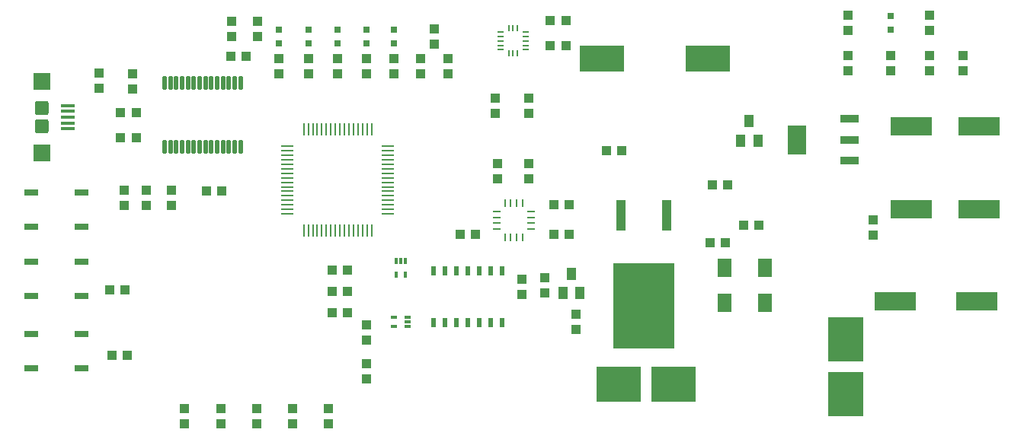
<source format=gtp>
G04 Layer_Color=8421504*
%FSLAX25Y25*%
%MOIN*%
G70*
G01*
G75*
%ADD10R,0.04331X0.03937*%
%ADD11R,0.03937X0.04331*%
%ADD12R,0.02000X0.04000*%
%ADD13R,0.02559X0.01378*%
%ADD14R,0.06496X0.08465*%
%ADD15R,0.01102X0.02756*%
%ADD16R,0.02756X0.01102*%
%ADD17R,0.01378X0.02559*%
%ADD18R,0.03937X0.05512*%
%ADD19R,0.06000X0.03000*%
%ADD20R,0.08465X0.12598*%
%ADD21R,0.08465X0.03543*%
%ADD22R,0.03150X0.03150*%
%ADD23R,0.07480X0.07480*%
G04:AMPARAMS|DCode=24|XSize=60mil|YSize=60mil|CornerRadius=9mil|HoleSize=0mil|Usage=FLASHONLY|Rotation=270.000|XOffset=0mil|YOffset=0mil|HoleType=Round|Shape=RoundedRectangle|*
%AMROUNDEDRECTD24*
21,1,0.06000,0.04200,0,0,270.0*
21,1,0.04200,0.06000,0,0,270.0*
1,1,0.01800,-0.02100,-0.02100*
1,1,0.01800,-0.02100,0.02100*
1,1,0.01800,0.02100,0.02100*
1,1,0.01800,0.02100,-0.02100*
%
%ADD24ROUNDEDRECTD24*%
%ADD25R,0.05984X0.01496*%
%ADD26R,0.15551X0.19291*%
%ADD27R,0.18110X0.08465*%
%ADD28R,0.18307X0.08465*%
%ADD29O,0.00984X0.03543*%
%ADD30O,0.03543X0.00984*%
%ADD31R,0.19685X0.11811*%
%ADD32R,0.19291X0.15551*%
%ADD33O,0.01968X0.06299*%
%ADD34R,0.05800X0.01100*%
%ADD35R,0.01100X0.05800*%
%ADD36R,0.26772X0.37795*%
%ADD37R,0.03937X0.13386*%
D10*
X301574Y264272D02*
D03*
X294882D02*
D03*
X246456Y308071D02*
D03*
X239764D02*
D03*
X461221Y311024D02*
D03*
X467913D02*
D03*
X475000Y293307D02*
D03*
X481693D02*
D03*
X414961Y325787D02*
D03*
X421653D02*
D03*
X205118Y236221D02*
D03*
X198426D02*
D03*
X204133Y264764D02*
D03*
X197441D02*
D03*
X390355Y372047D02*
D03*
X397047D02*
D03*
X390355Y382874D02*
D03*
X397047D02*
D03*
X398622Y289370D02*
D03*
X391930D02*
D03*
Y302165D02*
D03*
X398622D02*
D03*
X357677Y289370D02*
D03*
X350985D02*
D03*
X257283Y367126D02*
D03*
X250591D02*
D03*
X209055Y342520D02*
D03*
X202363D02*
D03*
X301574Y254921D02*
D03*
X294882D02*
D03*
X301574Y273622D02*
D03*
X294882D02*
D03*
X209055Y331693D02*
D03*
X202363D02*
D03*
X466929Y285433D02*
D03*
X460237D02*
D03*
D11*
X192913Y353284D02*
D03*
Y359976D02*
D03*
X207677Y352953D02*
D03*
Y359645D02*
D03*
X224410Y308464D02*
D03*
Y301772D02*
D03*
X246063Y206300D02*
D03*
Y212992D02*
D03*
X261811Y206300D02*
D03*
Y212992D02*
D03*
X277559Y206300D02*
D03*
Y212992D02*
D03*
X293307Y206300D02*
D03*
Y212992D02*
D03*
X387795Y263386D02*
D03*
Y270078D02*
D03*
X380906Y313583D02*
D03*
Y320275D02*
D03*
X367126Y313583D02*
D03*
Y320275D02*
D03*
X339567Y379330D02*
D03*
Y372638D02*
D03*
X380906Y342126D02*
D03*
Y348818D02*
D03*
X230315Y206300D02*
D03*
Y212992D02*
D03*
X203992Y308464D02*
D03*
Y301772D02*
D03*
X213583D02*
D03*
Y308464D02*
D03*
X310039Y225985D02*
D03*
Y232677D02*
D03*
X271654Y366142D02*
D03*
Y359450D02*
D03*
X284449Y366142D02*
D03*
Y359450D02*
D03*
X297244Y366142D02*
D03*
Y359450D02*
D03*
X310039Y366142D02*
D03*
Y359450D02*
D03*
X321850Y366142D02*
D03*
Y359450D02*
D03*
X250984Y375922D02*
D03*
Y382614D02*
D03*
X262244Y375922D02*
D03*
Y382614D02*
D03*
X520669Y360827D02*
D03*
Y367519D02*
D03*
X539370Y360827D02*
D03*
Y367519D02*
D03*
X556102Y360827D02*
D03*
Y367519D02*
D03*
X520669Y378544D02*
D03*
Y385236D02*
D03*
X556102Y378544D02*
D03*
Y385236D02*
D03*
X366142Y342126D02*
D03*
Y348818D02*
D03*
X333661Y359450D02*
D03*
Y366142D02*
D03*
X345472D02*
D03*
Y359450D02*
D03*
X570866Y360827D02*
D03*
Y367519D02*
D03*
X531496Y288977D02*
D03*
Y295669D02*
D03*
X310039Y249409D02*
D03*
Y242717D02*
D03*
X377953Y262993D02*
D03*
Y269685D02*
D03*
X401575Y247638D02*
D03*
Y254330D02*
D03*
D12*
X339331Y250492D02*
D03*
X344331D02*
D03*
X349331D02*
D03*
X354331D02*
D03*
X359331D02*
D03*
X364331D02*
D03*
X369331D02*
D03*
Y273130D02*
D03*
X364331D02*
D03*
X359331D02*
D03*
X354331D02*
D03*
X349331D02*
D03*
X344331D02*
D03*
X339331D02*
D03*
D13*
X321850Y249016D02*
D03*
Y252953D02*
D03*
X327756D02*
D03*
Y250984D02*
D03*
Y249016D02*
D03*
D14*
X484252Y274409D02*
D03*
Y259055D02*
D03*
X466535Y274409D02*
D03*
Y259055D02*
D03*
D15*
X372047Y379528D02*
D03*
X374016D02*
D03*
X375985D02*
D03*
Y368504D02*
D03*
X374016D02*
D03*
X372047D02*
D03*
D16*
X379528Y377953D02*
D03*
Y375985D02*
D03*
Y374016D02*
D03*
Y372047D02*
D03*
Y370079D02*
D03*
X368504D02*
D03*
Y372047D02*
D03*
Y374016D02*
D03*
Y375985D02*
D03*
Y377953D02*
D03*
D17*
X326772Y271654D02*
D03*
X322835D02*
D03*
Y277559D02*
D03*
X324803D02*
D03*
X326772D02*
D03*
D18*
X473622Y330315D02*
D03*
X481102D02*
D03*
X477362Y338977D02*
D03*
X395866Y263386D02*
D03*
X403346D02*
D03*
X399606Y272047D02*
D03*
D19*
X185213Y230689D02*
D03*
X163213D02*
D03*
X185213Y245689D02*
D03*
X163213D02*
D03*
X185213Y262185D02*
D03*
X163213D02*
D03*
X185213Y277185D02*
D03*
X163213D02*
D03*
X185213Y292697D02*
D03*
X163213D02*
D03*
X185213Y307697D02*
D03*
X163213D02*
D03*
D20*
X498327Y330709D02*
D03*
D21*
X521358Y339764D02*
D03*
Y330709D02*
D03*
Y321654D02*
D03*
D22*
X539370Y384843D02*
D03*
Y378937D02*
D03*
X297244Y373031D02*
D03*
Y378937D02*
D03*
X310039Y373031D02*
D03*
Y378937D02*
D03*
X271654Y373031D02*
D03*
Y378937D02*
D03*
X284449Y373031D02*
D03*
Y378937D02*
D03*
X321850Y373031D02*
D03*
Y378937D02*
D03*
D23*
X167791Y325000D02*
D03*
Y356102D02*
D03*
D24*
Y336551D02*
D03*
Y344551D02*
D03*
D25*
X179291Y335433D02*
D03*
Y337992D02*
D03*
Y340551D02*
D03*
Y343110D02*
D03*
Y345669D02*
D03*
D26*
X519685Y243307D02*
D03*
Y219291D02*
D03*
D27*
X576968Y259842D02*
D03*
X541142D02*
D03*
D28*
X577854Y300197D02*
D03*
X548130D02*
D03*
X577854Y336614D02*
D03*
X548130D02*
D03*
D29*
X370472Y302953D02*
D03*
X373031D02*
D03*
X375590D02*
D03*
X378150D02*
D03*
Y287795D02*
D03*
X375590D02*
D03*
X373031D02*
D03*
X370472D02*
D03*
D30*
X381890Y299213D02*
D03*
Y296654D02*
D03*
Y294094D02*
D03*
Y291535D02*
D03*
X366732D02*
D03*
Y294094D02*
D03*
Y296654D02*
D03*
Y299213D02*
D03*
D31*
X459252Y366102D02*
D03*
X412795D02*
D03*
D32*
X420079Y223425D02*
D03*
X444095D02*
D03*
D33*
X221555Y327559D02*
D03*
X224114D02*
D03*
X226673D02*
D03*
X229232D02*
D03*
X231791D02*
D03*
X234350D02*
D03*
X236910D02*
D03*
X239469D02*
D03*
X242028D02*
D03*
X244587D02*
D03*
X247146D02*
D03*
X249705D02*
D03*
X252264D02*
D03*
X254823D02*
D03*
X221555Y355512D02*
D03*
X224114D02*
D03*
X226673D02*
D03*
X229232D02*
D03*
X231791D02*
D03*
X234350D02*
D03*
X236910D02*
D03*
X239469D02*
D03*
X242028D02*
D03*
X244587D02*
D03*
X247146D02*
D03*
X249705D02*
D03*
X252264D02*
D03*
X254823D02*
D03*
D34*
X319344Y298192D02*
D03*
Y300192D02*
D03*
Y302192D02*
D03*
Y304092D02*
D03*
Y306092D02*
D03*
Y308092D02*
D03*
Y309992D02*
D03*
Y311992D02*
D03*
Y313992D02*
D03*
Y315992D02*
D03*
Y317892D02*
D03*
Y319892D02*
D03*
Y321892D02*
D03*
Y323792D02*
D03*
Y325792D02*
D03*
Y327792D02*
D03*
X275144D02*
D03*
Y325792D02*
D03*
Y323792D02*
D03*
Y321892D02*
D03*
Y319892D02*
D03*
Y317892D02*
D03*
Y315992D02*
D03*
Y313992D02*
D03*
Y311992D02*
D03*
Y309992D02*
D03*
Y308092D02*
D03*
Y306092D02*
D03*
Y304092D02*
D03*
Y302192D02*
D03*
Y300192D02*
D03*
Y298192D02*
D03*
D35*
X312044Y335092D02*
D03*
X310044D02*
D03*
X308044D02*
D03*
X306144D02*
D03*
X304144D02*
D03*
X302144D02*
D03*
X300244D02*
D03*
X298244D02*
D03*
X296244D02*
D03*
X294244D02*
D03*
X292344D02*
D03*
X290344D02*
D03*
X288344D02*
D03*
X286444D02*
D03*
X284444D02*
D03*
X282444D02*
D03*
Y290892D02*
D03*
X284444D02*
D03*
X286444D02*
D03*
X288344D02*
D03*
X290344D02*
D03*
X292344D02*
D03*
X294244D02*
D03*
X296244D02*
D03*
X298244D02*
D03*
X300244D02*
D03*
X302144D02*
D03*
X304144D02*
D03*
X306144D02*
D03*
X308044D02*
D03*
X310044D02*
D03*
X312044D02*
D03*
D36*
X431102Y257874D02*
D03*
D37*
X421102Y297638D02*
D03*
X441102D02*
D03*
M02*

</source>
